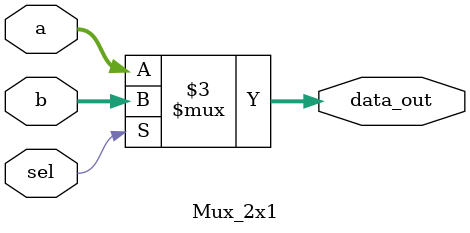
<source format=v>
`timescale 1ns / 1ps

module Mux_2x1(a, b, sel, data_out); //defining func parameters

//Inputs -- 3 inputs: 2 data inputs & 1 selection line
input [63:0] a; // 64 bits
input [63:0] b; //64 bits
input sel; // 1 bit

//outputs -- 1 output: 64 bit
output reg [63:0] data_out;

//always statement
always @(a,b,sel) //parameters which trigger reevaluation- their values change
begin

//case(sel)  //2 inputs-  2 possibilities
//    0 : data_out <= a; //if sel = 0 then data is a else b
//    1:  data_out <= b; 
//endcase
if (sel)
    data_out <= b;
else
    data_out <= a;

end
endmodule
</source>
